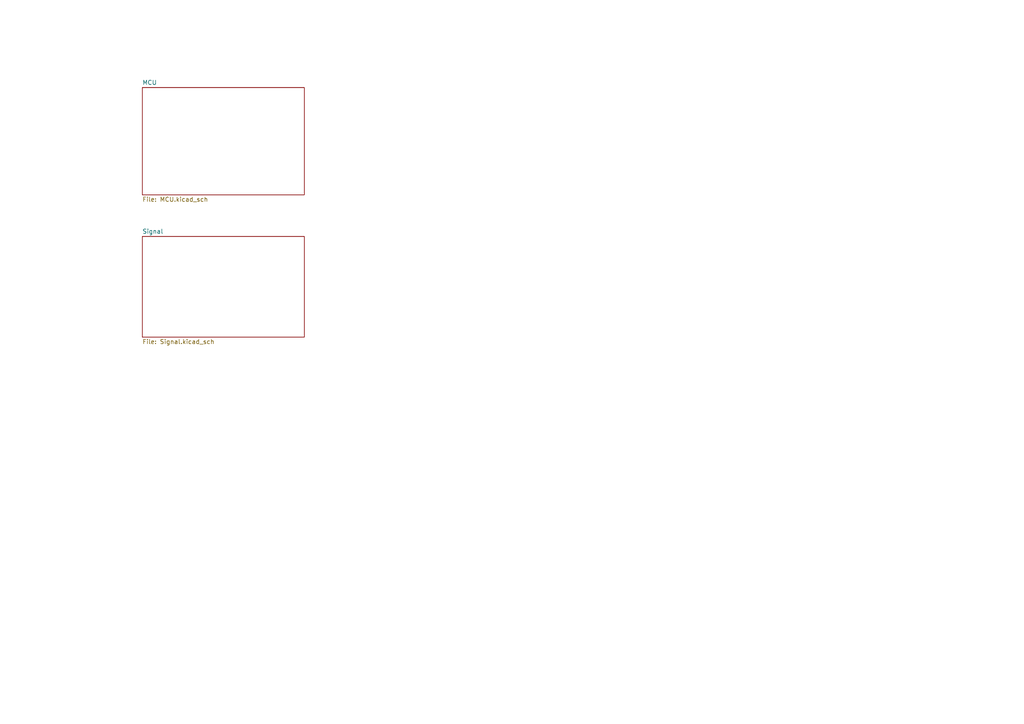
<source format=kicad_sch>
(kicad_sch (version 20211123) (generator eeschema)
  (paper "A4")
  (title_block (title "Doppler Radar Controll Board") (date "2023-01-25") (rev "AA") (company "CleanMobility"))
  (lib_symbols)
  (sheet (at 41.275 68.58) (size 46.99 29.21) (stroke (width 0.1524))
    (property "Sheet name" "Signal" (at 41.275 67.8684 0) (effects (justify left bottom)))
    (property "Sheet file" "Signal.kicad_sch" (at 41.275 98.3746 0) (effects (justify left top)))
  )
  (sheet (at 41.275 25.4) (size 46.99 31.115) (stroke (width 0.1524))
    (property "Sheet name" "MCU" (at 41.275 24.6884 0) (effects (justify left bottom)))
    (property "Sheet file" "MCU.kicad_sch" (at 41.275 57.0996 0) (effects (justify left top)))
  )
)
</source>
